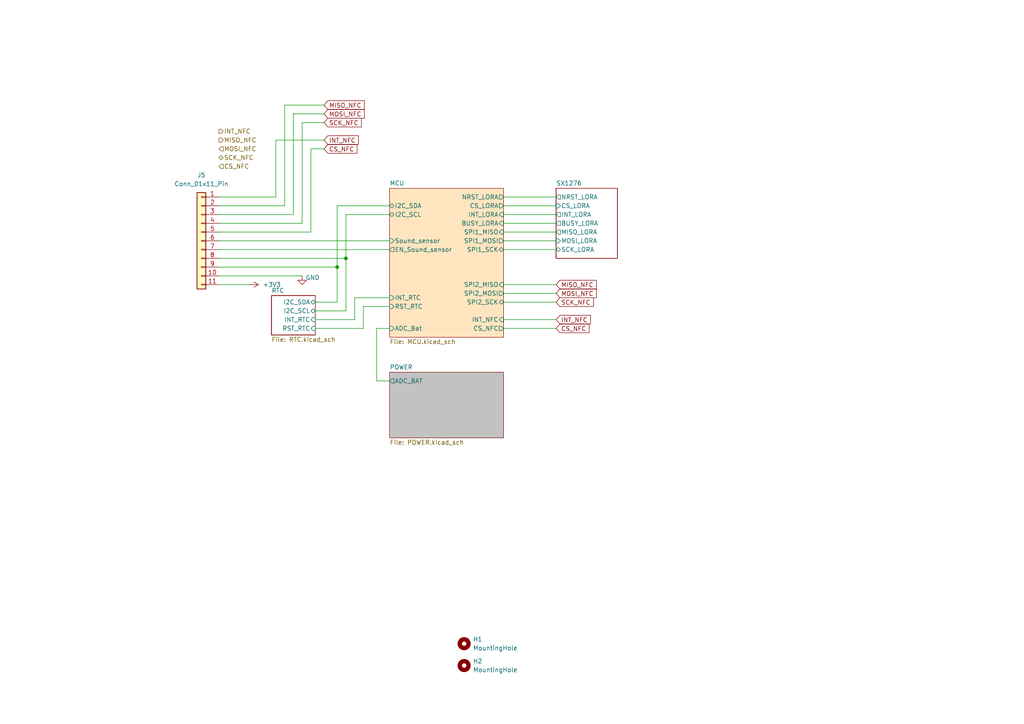
<source format=kicad_sch>
(kicad_sch
	(version 20231120)
	(generator "eeschema")
	(generator_version "8.0")
	(uuid "c4fae0b4-107a-4e14-bdc8-24cbf64cf056")
	(paper "A4")
	(lib_symbols
		(symbol "IVS_SYMBOLS:MountingHole"
			(pin_names
				(offset 1.016)
			)
			(exclude_from_sim no)
			(in_bom yes)
			(on_board yes)
			(property "Reference" "H"
				(at 0 5.08 0)
				(effects
					(font
						(size 1.27 1.27)
					)
				)
			)
			(property "Value" "MountingHole"
				(at 0 3.175 0)
				(effects
					(font
						(size 1.27 1.27)
					)
				)
			)
			(property "Footprint" ""
				(at 0 0 0)
				(effects
					(font
						(size 1.27 1.27)
					)
					(hide yes)
				)
			)
			(property "Datasheet" "~"
				(at 0 0 0)
				(effects
					(font
						(size 1.27 1.27)
					)
					(hide yes)
				)
			)
			(property "Description" "Mounting Hole without connection"
				(at 0 0 0)
				(effects
					(font
						(size 1.27 1.27)
					)
					(hide yes)
				)
			)
			(property "ki_keywords" "mounting hole"
				(at 0 0 0)
				(effects
					(font
						(size 1.27 1.27)
					)
					(hide yes)
				)
			)
			(property "ki_fp_filters" "MountingHole*"
				(at 0 0 0)
				(effects
					(font
						(size 1.27 1.27)
					)
					(hide yes)
				)
			)
			(symbol "MountingHole_0_1"
				(circle
					(center 0 0)
					(radius 1.27)
					(stroke
						(width 1.27)
						(type default)
					)
					(fill
						(type none)
					)
				)
			)
		)
		(symbol "Sang_GLOBAL:Conn_01x11_Pin"
			(pin_names
				(offset 1.016) hide)
			(exclude_from_sim no)
			(in_bom yes)
			(on_board yes)
			(property "Reference" "J"
				(at 0 15.24 0)
				(effects
					(font
						(size 1.27 1.27)
					)
				)
			)
			(property "Value" "Conn_01x11_Pin"
				(at 0 -15.24 0)
				(effects
					(font
						(size 1.27 1.27)
					)
				)
			)
			(property "Footprint" ""
				(at 0 0 0)
				(effects
					(font
						(size 1.27 1.27)
					)
					(hide yes)
				)
			)
			(property "Datasheet" "~"
				(at 0 0 0)
				(effects
					(font
						(size 1.27 1.27)
					)
					(hide yes)
				)
			)
			(property "Description" "Generic connector, single row, 01x11, script generated"
				(at 19.05 0 0)
				(effects
					(font
						(size 1.27 1.27)
					)
					(hide yes)
				)
			)
			(property "ki_locked" ""
				(at 0 0 0)
				(effects
					(font
						(size 1.27 1.27)
					)
				)
			)
			(property "ki_keywords" "connector"
				(at 0 0 0)
				(effects
					(font
						(size 1.27 1.27)
					)
					(hide yes)
				)
			)
			(property "ki_fp_filters" "Connector*:*_1x??_*"
				(at 0 0 0)
				(effects
					(font
						(size 1.27 1.27)
					)
					(hide yes)
				)
			)
			(symbol "Conn_01x11_Pin_1_1"
				(rectangle
					(start 3.81 -12.573)
					(end 5.08 -12.827)
					(stroke
						(width 0.1524)
						(type default)
					)
					(fill
						(type none)
					)
				)
				(rectangle
					(start 3.81 -10.033)
					(end 5.08 -10.287)
					(stroke
						(width 0.1524)
						(type default)
					)
					(fill
						(type none)
					)
				)
				(rectangle
					(start 3.81 -7.493)
					(end 5.08 -7.747)
					(stroke
						(width 0.1524)
						(type default)
					)
					(fill
						(type none)
					)
				)
				(rectangle
					(start 3.81 -4.953)
					(end 5.08 -5.207)
					(stroke
						(width 0.1524)
						(type default)
					)
					(fill
						(type none)
					)
				)
				(rectangle
					(start 3.81 -2.413)
					(end 5.08 -2.667)
					(stroke
						(width 0.1524)
						(type default)
					)
					(fill
						(type none)
					)
				)
				(rectangle
					(start 3.81 0.127)
					(end 5.08 -0.127)
					(stroke
						(width 0.1524)
						(type default)
					)
					(fill
						(type none)
					)
				)
				(rectangle
					(start 3.81 2.667)
					(end 5.08 2.413)
					(stroke
						(width 0.1524)
						(type default)
					)
					(fill
						(type none)
					)
				)
				(rectangle
					(start 3.81 5.207)
					(end 5.08 4.953)
					(stroke
						(width 0.1524)
						(type default)
					)
					(fill
						(type none)
					)
				)
				(rectangle
					(start 3.81 7.747)
					(end 5.08 7.493)
					(stroke
						(width 0.1524)
						(type default)
					)
					(fill
						(type none)
					)
				)
				(rectangle
					(start 3.81 10.287)
					(end 5.08 10.033)
					(stroke
						(width 0.1524)
						(type default)
					)
					(fill
						(type none)
					)
				)
				(rectangle
					(start 3.81 12.827)
					(end 5.08 12.573)
					(stroke
						(width 0.1524)
						(type default)
					)
					(fill
						(type none)
					)
				)
				(rectangle
					(start 3.81 13.97)
					(end 6.35 -13.97)
					(stroke
						(width 0.254)
						(type default)
					)
					(fill
						(type background)
					)
				)
				(pin passive line
					(at 0 12.7 0)
					(length 3.81)
					(name "Pin_1"
						(effects
							(font
								(size 1.27 1.27)
							)
						)
					)
					(number "1"
						(effects
							(font
								(size 1.27 1.27)
							)
						)
					)
				)
				(pin passive line
					(at 0 -10.16 0)
					(length 3.81)
					(name "Pin_10"
						(effects
							(font
								(size 1.27 1.27)
							)
						)
					)
					(number "10"
						(effects
							(font
								(size 1.27 1.27)
							)
						)
					)
				)
				(pin passive line
					(at 0 -12.7 0)
					(length 3.81)
					(name "Pin_11"
						(effects
							(font
								(size 1.27 1.27)
							)
						)
					)
					(number "11"
						(effects
							(font
								(size 1.27 1.27)
							)
						)
					)
				)
				(pin passive line
					(at 0 10.16 0)
					(length 3.81)
					(name "Pin_2"
						(effects
							(font
								(size 1.27 1.27)
							)
						)
					)
					(number "2"
						(effects
							(font
								(size 1.27 1.27)
							)
						)
					)
				)
				(pin passive line
					(at 0 7.62 0)
					(length 3.81)
					(name "Pin_3"
						(effects
							(font
								(size 1.27 1.27)
							)
						)
					)
					(number "3"
						(effects
							(font
								(size 1.27 1.27)
							)
						)
					)
				)
				(pin passive line
					(at 0 5.08 0)
					(length 3.81)
					(name "Pin_4"
						(effects
							(font
								(size 1.27 1.27)
							)
						)
					)
					(number "4"
						(effects
							(font
								(size 1.27 1.27)
							)
						)
					)
				)
				(pin passive line
					(at 0 2.54 0)
					(length 3.81)
					(name "Pin_5"
						(effects
							(font
								(size 1.27 1.27)
							)
						)
					)
					(number "5"
						(effects
							(font
								(size 1.27 1.27)
							)
						)
					)
				)
				(pin passive line
					(at 0 0 0)
					(length 3.81)
					(name "Pin_6"
						(effects
							(font
								(size 1.27 1.27)
							)
						)
					)
					(number "6"
						(effects
							(font
								(size 1.27 1.27)
							)
						)
					)
				)
				(pin passive line
					(at 0 -2.54 0)
					(length 3.81)
					(name "Pin_7"
						(effects
							(font
								(size 1.27 1.27)
							)
						)
					)
					(number "7"
						(effects
							(font
								(size 1.27 1.27)
							)
						)
					)
				)
				(pin passive line
					(at 0 -5.08 0)
					(length 3.81)
					(name "Pin_8"
						(effects
							(font
								(size 1.27 1.27)
							)
						)
					)
					(number "8"
						(effects
							(font
								(size 1.27 1.27)
							)
						)
					)
				)
				(pin passive line
					(at 0 -7.62 0)
					(length 3.81)
					(name "Pin_9"
						(effects
							(font
								(size 1.27 1.27)
							)
						)
					)
					(number "9"
						(effects
							(font
								(size 1.27 1.27)
							)
						)
					)
				)
			)
		)
		(symbol "power:+3V3"
			(power)
			(pin_names
				(offset 0)
			)
			(exclude_from_sim no)
			(in_bom yes)
			(on_board yes)
			(property "Reference" "#PWR"
				(at 0 -3.81 0)
				(effects
					(font
						(size 1.27 1.27)
					)
					(hide yes)
				)
			)
			(property "Value" "+3V3"
				(at 0 3.556 0)
				(effects
					(font
						(size 1.27 1.27)
					)
				)
			)
			(property "Footprint" ""
				(at 0 0 0)
				(effects
					(font
						(size 1.27 1.27)
					)
					(hide yes)
				)
			)
			(property "Datasheet" ""
				(at 0 0 0)
				(effects
					(font
						(size 1.27 1.27)
					)
					(hide yes)
				)
			)
			(property "Description" "Power symbol creates a global label with name \"+3V3\""
				(at 0 0 0)
				(effects
					(font
						(size 1.27 1.27)
					)
					(hide yes)
				)
			)
			(property "ki_keywords" "global power"
				(at 0 0 0)
				(effects
					(font
						(size 1.27 1.27)
					)
					(hide yes)
				)
			)
			(symbol "+3V3_0_1"
				(polyline
					(pts
						(xy -0.762 1.27) (xy 0 2.54)
					)
					(stroke
						(width 0)
						(type default)
					)
					(fill
						(type none)
					)
				)
				(polyline
					(pts
						(xy 0 0) (xy 0 2.54)
					)
					(stroke
						(width 0)
						(type default)
					)
					(fill
						(type none)
					)
				)
				(polyline
					(pts
						(xy 0 2.54) (xy 0.762 1.27)
					)
					(stroke
						(width 0)
						(type default)
					)
					(fill
						(type none)
					)
				)
			)
			(symbol "+3V3_1_1"
				(pin power_in line
					(at 0 0 90)
					(length 0) hide
					(name "+3V3"
						(effects
							(font
								(size 1.27 1.27)
							)
						)
					)
					(number "1"
						(effects
							(font
								(size 1.27 1.27)
							)
						)
					)
				)
			)
		)
		(symbol "power:GND"
			(power)
			(pin_names
				(offset 0)
			)
			(exclude_from_sim no)
			(in_bom yes)
			(on_board yes)
			(property "Reference" "#PWR"
				(at 0 -6.35 0)
				(effects
					(font
						(size 1.27 1.27)
					)
					(hide yes)
				)
			)
			(property "Value" "GND"
				(at 0 -3.81 0)
				(effects
					(font
						(size 1.27 1.27)
					)
				)
			)
			(property "Footprint" ""
				(at 0 0 0)
				(effects
					(font
						(size 1.27 1.27)
					)
					(hide yes)
				)
			)
			(property "Datasheet" ""
				(at 0 0 0)
				(effects
					(font
						(size 1.27 1.27)
					)
					(hide yes)
				)
			)
			(property "Description" "Power symbol creates a global label with name \"GND\" , ground"
				(at 0 0 0)
				(effects
					(font
						(size 1.27 1.27)
					)
					(hide yes)
				)
			)
			(property "ki_keywords" "global power"
				(at 0 0 0)
				(effects
					(font
						(size 1.27 1.27)
					)
					(hide yes)
				)
			)
			(symbol "GND_0_1"
				(polyline
					(pts
						(xy 0 0) (xy 0 -1.27) (xy 1.27 -1.27) (xy 0 -2.54) (xy -1.27 -1.27) (xy 0 -1.27)
					)
					(stroke
						(width 0)
						(type default)
					)
					(fill
						(type none)
					)
				)
			)
			(symbol "GND_1_1"
				(pin power_in line
					(at 0 0 270)
					(length 0) hide
					(name "GND"
						(effects
							(font
								(size 1.27 1.27)
							)
						)
					)
					(number "1"
						(effects
							(font
								(size 1.27 1.27)
							)
						)
					)
				)
			)
		)
	)
	(junction
		(at 97.79 77.47)
		(diameter 0)
		(color 0 0 0 0)
		(uuid "5a80f5c1-eac2-44e6-a405-457433a2e6bc")
	)
	(junction
		(at 100.33 74.93)
		(diameter 0)
		(color 0 0 0 0)
		(uuid "62b2e687-9000-4471-bf5a-b351150832a3")
	)
	(wire
		(pts
			(xy 146.05 95.25) (xy 161.29 95.25)
		)
		(stroke
			(width 0)
			(type default)
		)
		(uuid "037a3f18-0d3a-4a47-b066-59d856ec01d8")
	)
	(wire
		(pts
			(xy 102.87 92.71) (xy 102.87 86.36)
		)
		(stroke
			(width 0)
			(type default)
		)
		(uuid "0506fbde-9974-4601-bd01-20ecd95804bc")
	)
	(wire
		(pts
			(xy 146.05 72.39) (xy 161.29 72.39)
		)
		(stroke
			(width 0)
			(type default)
		)
		(uuid "1471dff3-8cb2-4988-9b52-6c94ee69a20f")
	)
	(wire
		(pts
			(xy 63.5 80.01) (xy 87.63 80.01)
		)
		(stroke
			(width 0)
			(type default)
		)
		(uuid "191de86b-07f2-4876-b337-71109260aabb")
	)
	(wire
		(pts
			(xy 109.22 110.49) (xy 113.03 110.49)
		)
		(stroke
			(width 0)
			(type default)
		)
		(uuid "23912d36-2838-4c08-91d3-1561c5d552aa")
	)
	(wire
		(pts
			(xy 85.09 33.02) (xy 85.09 62.23)
		)
		(stroke
			(width 0)
			(type default)
		)
		(uuid "274ed69c-ee2e-474c-bd31-ea3f3baba0c7")
	)
	(wire
		(pts
			(xy 63.5 57.15) (xy 80.01 57.15)
		)
		(stroke
			(width 0)
			(type default)
		)
		(uuid "29bd9934-ac0e-4c85-a55f-e92ba838822a")
	)
	(wire
		(pts
			(xy 100.33 74.93) (xy 100.33 90.17)
		)
		(stroke
			(width 0)
			(type default)
		)
		(uuid "2b22d35a-1451-4c8d-84d1-ff0a71ceffd5")
	)
	(wire
		(pts
			(xy 146.05 57.15) (xy 161.29 57.15)
		)
		(stroke
			(width 0)
			(type default)
		)
		(uuid "3e2bb51a-f266-42c3-bd09-920d6f359303")
	)
	(wire
		(pts
			(xy 93.98 33.02) (xy 85.09 33.02)
		)
		(stroke
			(width 0)
			(type default)
		)
		(uuid "3e7e041d-1463-44dc-9455-8a592e7f9906")
	)
	(wire
		(pts
			(xy 93.98 40.64) (xy 80.01 40.64)
		)
		(stroke
			(width 0)
			(type default)
		)
		(uuid "407baace-6193-452f-9b95-5556dd8cf149")
	)
	(wire
		(pts
			(xy 146.05 69.85) (xy 161.29 69.85)
		)
		(stroke
			(width 0)
			(type default)
		)
		(uuid "46015c94-44e1-4974-ba17-fb1257c2bee7")
	)
	(wire
		(pts
			(xy 109.22 95.25) (xy 109.22 110.49)
		)
		(stroke
			(width 0)
			(type default)
		)
		(uuid "4c659648-f162-4f3f-9ff2-be249734c7ac")
	)
	(wire
		(pts
			(xy 90.17 43.18) (xy 90.17 67.31)
		)
		(stroke
			(width 0)
			(type default)
		)
		(uuid "52ca7113-0fdd-491c-9f96-367fc4d14016")
	)
	(wire
		(pts
			(xy 146.05 87.63) (xy 161.29 87.63)
		)
		(stroke
			(width 0)
			(type default)
		)
		(uuid "567f4d4c-1b87-4ff9-bf37-4afba88bb96d")
	)
	(wire
		(pts
			(xy 91.44 90.17) (xy 100.33 90.17)
		)
		(stroke
			(width 0)
			(type default)
		)
		(uuid "597f89ea-4e91-4b76-96ff-8287f182d805")
	)
	(wire
		(pts
			(xy 63.5 59.69) (xy 82.55 59.69)
		)
		(stroke
			(width 0)
			(type default)
		)
		(uuid "5ad08044-5080-4343-9a68-ee2126b37fae")
	)
	(wire
		(pts
			(xy 63.5 62.23) (xy 85.09 62.23)
		)
		(stroke
			(width 0)
			(type default)
		)
		(uuid "681ec127-7cd8-4e91-928a-ea00d5785002")
	)
	(wire
		(pts
			(xy 100.33 62.23) (xy 113.03 62.23)
		)
		(stroke
			(width 0)
			(type default)
		)
		(uuid "6f068e66-0681-4603-bbeb-4c675e352116")
	)
	(wire
		(pts
			(xy 146.05 85.09) (xy 161.29 85.09)
		)
		(stroke
			(width 0)
			(type default)
		)
		(uuid "6f8036d2-ca2b-417b-8ece-2c1fd751ee30")
	)
	(wire
		(pts
			(xy 87.63 35.56) (xy 93.98 35.56)
		)
		(stroke
			(width 0)
			(type default)
		)
		(uuid "7fb1cc74-675c-46c0-a745-ffc65f2193c0")
	)
	(wire
		(pts
			(xy 63.5 69.85) (xy 113.03 69.85)
		)
		(stroke
			(width 0)
			(type default)
		)
		(uuid "86a86078-903e-4ce1-9b87-0db2fa694b01")
	)
	(wire
		(pts
			(xy 63.5 72.39) (xy 113.03 72.39)
		)
		(stroke
			(width 0)
			(type default)
		)
		(uuid "87029d5a-1f31-46c9-9982-a31f651a7f10")
	)
	(wire
		(pts
			(xy 63.5 82.55) (xy 72.39 82.55)
		)
		(stroke
			(width 0)
			(type default)
		)
		(uuid "8adf2d94-a469-4128-9464-7fd152143db9")
	)
	(wire
		(pts
			(xy 97.79 59.69) (xy 97.79 77.47)
		)
		(stroke
			(width 0)
			(type default)
		)
		(uuid "8f5ca976-60dd-48fb-8aac-8fc47b8c88c4")
	)
	(wire
		(pts
			(xy 63.5 74.93) (xy 100.33 74.93)
		)
		(stroke
			(width 0)
			(type default)
		)
		(uuid "92fc7caa-b63f-4fa5-9059-28599db9bb9e")
	)
	(wire
		(pts
			(xy 146.05 92.71) (xy 161.29 92.71)
		)
		(stroke
			(width 0)
			(type default)
		)
		(uuid "9536a486-111f-45f9-ad5b-e36ecea3e53a")
	)
	(wire
		(pts
			(xy 146.05 62.23) (xy 161.29 62.23)
		)
		(stroke
			(width 0)
			(type default)
		)
		(uuid "9be42b3e-c638-4cc5-8ab9-d2b6e04c16c7")
	)
	(wire
		(pts
			(xy 63.5 67.31) (xy 90.17 67.31)
		)
		(stroke
			(width 0)
			(type default)
		)
		(uuid "9d534007-f39d-431f-930a-655df5c917e6")
	)
	(wire
		(pts
			(xy 82.55 59.69) (xy 82.55 30.48)
		)
		(stroke
			(width 0)
			(type default)
		)
		(uuid "9eaf95a4-cf71-4a0a-ad15-ecdfeae13007")
	)
	(wire
		(pts
			(xy 97.79 59.69) (xy 113.03 59.69)
		)
		(stroke
			(width 0)
			(type default)
		)
		(uuid "a9797896-5cd4-4c3b-b588-2b02fb891195")
	)
	(wire
		(pts
			(xy 102.87 86.36) (xy 113.03 86.36)
		)
		(stroke
			(width 0)
			(type default)
		)
		(uuid "afbef866-c7e3-4b9c-a543-e075d0602814")
	)
	(wire
		(pts
			(xy 100.33 62.23) (xy 100.33 74.93)
		)
		(stroke
			(width 0)
			(type default)
		)
		(uuid "b0b85a79-9525-4b22-9ca1-f6c3da16401c")
	)
	(wire
		(pts
			(xy 146.05 64.77) (xy 161.29 64.77)
		)
		(stroke
			(width 0)
			(type default)
		)
		(uuid "c43f9a0f-e3c7-4534-8ce9-5e70dec0e8fe")
	)
	(wire
		(pts
			(xy 97.79 77.47) (xy 97.79 87.63)
		)
		(stroke
			(width 0)
			(type default)
		)
		(uuid "c460d5a4-2209-4767-8fd2-2f3d9de2f2b7")
	)
	(wire
		(pts
			(xy 63.5 64.77) (xy 87.63 64.77)
		)
		(stroke
			(width 0)
			(type default)
		)
		(uuid "ca3684cf-2118-49f9-bc96-83ad7d0f8d62")
	)
	(wire
		(pts
			(xy 146.05 67.31) (xy 161.29 67.31)
		)
		(stroke
			(width 0)
			(type default)
		)
		(uuid "cc6fc1d7-1118-4afd-bc56-49b7645b82c9")
	)
	(wire
		(pts
			(xy 87.63 64.77) (xy 87.63 35.56)
		)
		(stroke
			(width 0)
			(type default)
		)
		(uuid "d066cc6b-b54a-48c3-935d-9f97fcbf95e6")
	)
	(wire
		(pts
			(xy 93.98 43.18) (xy 90.17 43.18)
		)
		(stroke
			(width 0)
			(type default)
		)
		(uuid "d0a95890-f64f-44e2-ba60-cc3a78d4bf36")
	)
	(wire
		(pts
			(xy 146.05 82.55) (xy 161.29 82.55)
		)
		(stroke
			(width 0)
			(type default)
		)
		(uuid "d2dcb2b4-31e7-4ee9-a1a4-e326a965a06c")
	)
	(wire
		(pts
			(xy 146.05 59.69) (xy 161.29 59.69)
		)
		(stroke
			(width 0)
			(type default)
		)
		(uuid "db6da499-32ff-45df-b07d-31e1434f8732")
	)
	(wire
		(pts
			(xy 105.41 88.9) (xy 105.41 95.25)
		)
		(stroke
			(width 0)
			(type default)
		)
		(uuid "dc676c36-71d1-4758-951f-cd0b348a176c")
	)
	(wire
		(pts
			(xy 91.44 92.71) (xy 102.87 92.71)
		)
		(stroke
			(width 0)
			(type default)
		)
		(uuid "de9c7f02-7497-4ffe-ac67-1110f4302d27")
	)
	(wire
		(pts
			(xy 113.03 88.9) (xy 105.41 88.9)
		)
		(stroke
			(width 0)
			(type default)
		)
		(uuid "e730be0f-6789-4367-a325-11b548cf2b48")
	)
	(wire
		(pts
			(xy 63.5 77.47) (xy 97.79 77.47)
		)
		(stroke
			(width 0)
			(type default)
		)
		(uuid "e9300920-b33e-43db-a06d-198f17e3c097")
	)
	(wire
		(pts
			(xy 105.41 95.25) (xy 91.44 95.25)
		)
		(stroke
			(width 0)
			(type default)
		)
		(uuid "eb3ef46d-b0db-41ce-9e79-8435614b21c2")
	)
	(wire
		(pts
			(xy 80.01 40.64) (xy 80.01 57.15)
		)
		(stroke
			(width 0)
			(type default)
		)
		(uuid "ebd1c75c-4fd3-40d7-911b-f13e858972a6")
	)
	(wire
		(pts
			(xy 82.55 30.48) (xy 93.98 30.48)
		)
		(stroke
			(width 0)
			(type default)
		)
		(uuid "f2363243-64b3-4411-9c98-546ce5e61545")
	)
	(wire
		(pts
			(xy 91.44 87.63) (xy 97.79 87.63)
		)
		(stroke
			(width 0)
			(type default)
		)
		(uuid "f924280a-f0c8-4113-8e3c-62982a6d555f")
	)
	(wire
		(pts
			(xy 113.03 95.25) (xy 109.22 95.25)
		)
		(stroke
			(width 0)
			(type default)
		)
		(uuid "fc2314b0-2806-4322-83c0-268dd97451d9")
	)
	(global_label "SCK_NFC"
		(shape input)
		(at 93.98 35.56 0)
		(fields_autoplaced yes)
		(effects
			(font
				(size 1.27 1.27)
			)
			(justify left)
		)
		(uuid "04ede2eb-492c-4f96-beed-c428fcd0cca0")
		(property "Intersheetrefs" "${INTERSHEET_REFS}"
			(at 105.3714 35.56 0)
			(effects
				(font
					(size 1.27 1.27)
				)
				(justify left)
				(hide yes)
			)
		)
	)
	(global_label "CS_NFC"
		(shape input)
		(at 93.98 43.18 0)
		(fields_autoplaced yes)
		(effects
			(font
				(size 1.27 1.27)
			)
			(justify left)
		)
		(uuid "0ad599e1-9680-484a-ae3f-5a641353e731")
		(property "Intersheetrefs" "${INTERSHEET_REFS}"
			(at 104.1014 43.18 0)
			(effects
				(font
					(size 1.27 1.27)
				)
				(justify left)
				(hide yes)
			)
		)
	)
	(global_label "MOSI_NFC"
		(shape input)
		(at 161.29 85.09 0)
		(fields_autoplaced yes)
		(effects
			(font
				(size 1.27 1.27)
			)
			(justify left)
		)
		(uuid "2f942c76-93b7-4db0-85b4-12a90709dfe6")
		(property "Intersheetrefs" "${INTERSHEET_REFS}"
			(at 173.5281 85.09 0)
			(effects
				(font
					(size 1.27 1.27)
				)
				(justify left)
				(hide yes)
			)
		)
	)
	(global_label "MOSI_NFC"
		(shape input)
		(at 93.98 33.02 0)
		(fields_autoplaced yes)
		(effects
			(font
				(size 1.27 1.27)
			)
			(justify left)
		)
		(uuid "33969db4-f326-4a59-848e-bb10cfd0bcfa")
		(property "Intersheetrefs" "${INTERSHEET_REFS}"
			(at 106.2181 33.02 0)
			(effects
				(font
					(size 1.27 1.27)
				)
				(justify left)
				(hide yes)
			)
		)
	)
	(global_label "MISO_NFC"
		(shape input)
		(at 93.98 30.48 0)
		(fields_autoplaced yes)
		(effects
			(font
				(size 1.27 1.27)
			)
			(justify left)
		)
		(uuid "4c16b94c-fc79-4101-91a4-b4f28d5a16e0")
		(property "Intersheetrefs" "${INTERSHEET_REFS}"
			(at 106.2181 30.48 0)
			(effects
				(font
					(size 1.27 1.27)
				)
				(justify left)
				(hide yes)
			)
		)
	)
	(global_label "MISO_NFC"
		(shape input)
		(at 161.29 82.55 0)
		(fields_autoplaced yes)
		(effects
			(font
				(size 1.27 1.27)
			)
			(justify left)
		)
		(uuid "c5795bc1-4e18-4199-a2c6-c429f44b7208")
		(property "Intersheetrefs" "${INTERSHEET_REFS}"
			(at 173.5281 82.55 0)
			(effects
				(font
					(size 1.27 1.27)
				)
				(justify left)
				(hide yes)
			)
		)
	)
	(global_label "CS_NFC"
		(shape input)
		(at 161.29 95.25 0)
		(fields_autoplaced yes)
		(effects
			(font
				(size 1.27 1.27)
			)
			(justify left)
		)
		(uuid "d999c48e-7a38-4155-aa40-cd92d05e8253")
		(property "Intersheetrefs" "${INTERSHEET_REFS}"
			(at 171.4114 95.25 0)
			(effects
				(font
					(size 1.27 1.27)
				)
				(justify left)
				(hide yes)
			)
		)
	)
	(global_label "SCK_NFC"
		(shape input)
		(at 161.29 87.63 0)
		(fields_autoplaced yes)
		(effects
			(font
				(size 1.27 1.27)
			)
			(justify left)
		)
		(uuid "da376a30-6d51-4cf8-9fc1-1d6bb87b41e2")
		(property "Intersheetrefs" "${INTERSHEET_REFS}"
			(at 172.6814 87.63 0)
			(effects
				(font
					(size 1.27 1.27)
				)
				(justify left)
				(hide yes)
			)
		)
	)
	(global_label "INT_NFC"
		(shape input)
		(at 161.29 92.71 0)
		(fields_autoplaced yes)
		(effects
			(font
				(size 1.27 1.27)
			)
			(justify left)
		)
		(uuid "e49b75aa-a79e-44ac-ac88-6583d999c6a0")
		(property "Intersheetrefs" "${INTERSHEET_REFS}"
			(at 171.8348 92.71 0)
			(effects
				(font
					(size 1.27 1.27)
				)
				(justify left)
				(hide yes)
			)
		)
	)
	(global_label "INT_NFC"
		(shape input)
		(at 93.98 40.64 0)
		(fields_autoplaced yes)
		(effects
			(font
				(size 1.27 1.27)
			)
			(justify left)
		)
		(uuid "e4c0ab4f-765a-4993-b113-ada46965eddd")
		(property "Intersheetrefs" "${INTERSHEET_REFS}"
			(at 104.5248 40.64 0)
			(effects
				(font
					(size 1.27 1.27)
				)
				(justify left)
				(hide yes)
			)
		)
	)
	(hierarchical_label "CS_NFC"
		(shape input)
		(at 63.5 48.26 0)
		(fields_autoplaced yes)
		(effects
			(font
				(size 1.27 1.27)
			)
			(justify left)
		)
		(uuid "82bba6c5-fe3a-4f8a-aff0-a277daa97529")
	)
	(hierarchical_label "INT_NFC"
		(shape output)
		(at 63.5 38.1 0)
		(fields_autoplaced yes)
		(effects
			(font
				(size 1.27 1.27)
			)
			(justify left)
		)
		(uuid "9ad51868-d386-450e-869d-27415bf4dbc2")
	)
	(hierarchical_label "MOSI_NFC"
		(shape input)
		(at 63.5 43.18 0)
		(fields_autoplaced yes)
		(effects
			(font
				(size 1.27 1.27)
			)
			(justify left)
		)
		(uuid "d1c7af58-f349-4aa2-8ace-83066dd1f4bb")
	)
	(hierarchical_label "SCK_NFC"
		(shape bidirectional)
		(at 63.5 45.72 0)
		(fields_autoplaced yes)
		(effects
			(font
				(size 1.27 1.27)
			)
			(justify left)
		)
		(uuid "d330c513-b3b8-485d-ab4b-252eca55145d")
	)
	(hierarchical_label "MISO_NFC"
		(shape output)
		(at 63.5 40.64 0)
		(fields_autoplaced yes)
		(effects
			(font
				(size 1.27 1.27)
			)
			(justify left)
		)
		(uuid "d53b32b1-c990-40ce-a90a-ab5f00f6f2a0")
	)
	(symbol
		(lib_id "Sang_GLOBAL:Conn_01x11_Pin")
		(at 63.5 69.85 0)
		(mirror y)
		(unit 1)
		(exclude_from_sim no)
		(in_bom yes)
		(on_board yes)
		(dnp no)
		(fields_autoplaced yes)
		(uuid "06f1808e-6c28-412b-ad77-71dff65017b3")
		(property "Reference" "J5"
			(at 58.42 50.8 0)
			(effects
				(font
					(size 1.27 1.27)
				)
			)
		)
		(property "Value" "Conn_01x11_Pin"
			(at 58.42 53.34 0)
			(effects
				(font
					(size 1.27 1.27)
				)
			)
		)
		(property "Footprint" "Connector_PinHeader_2.54mm:PinHeader_1x11_P2.54mm_Vertical"
			(at 63.5 69.85 0)
			(effects
				(font
					(size 1.27 1.27)
				)
				(hide yes)
			)
		)
		(property "Datasheet" "~"
			(at 63.5 69.85 0)
			(effects
				(font
					(size 1.27 1.27)
				)
				(hide yes)
			)
		)
		(property "Description" "Generic connector, single row, 01x11, script generated"
			(at 44.45 69.85 0)
			(effects
				(font
					(size 1.27 1.27)
				)
				(hide yes)
			)
		)
		(property "JLC" "C5116357"
			(at 63.5 69.85 0)
			(effects
				(font
					(size 1.27 1.27)
				)
				(hide yes)
			)
		)
		(pin "10"
			(uuid "1a7d6106-75b5-4640-afa1-80ac9357eb64")
		)
		(pin "3"
			(uuid "ba4770a2-6704-4906-9888-563f9a4ecf9e")
		)
		(pin "9"
			(uuid "2cd315e3-03f6-4f6e-8e00-add6f302b247")
		)
		(pin "8"
			(uuid "22ba3925-d9ad-4f23-a5f9-e4426040b7ec")
		)
		(pin "5"
			(uuid "6906adcb-19ed-4fce-a389-626ec0cba426")
		)
		(pin "4"
			(uuid "f67dfe17-5828-443d-9997-8dddf4912e5e")
		)
		(pin "1"
			(uuid "e1a79352-3475-40a4-b421-4551b9a90298")
		)
		(pin "11"
			(uuid "644376ef-70b4-4634-89e9-e9f35195d94b")
		)
		(pin "2"
			(uuid "9b6e5839-9ecb-428e-83c0-0219d4bfe113")
		)
		(pin "6"
			(uuid "d5852325-9589-49b2-831f-f62a8d8951e7")
		)
		(pin "7"
			(uuid "6db02841-6143-4624-bae0-38c2fd85b98e")
		)
		(instances
			(project "Light-Sound-Sensor"
				(path "/c4fae0b4-107a-4e14-bdc8-24cbf64cf056"
					(reference "J5")
					(unit 1)
				)
			)
		)
	)
	(symbol
		(lib_id "IVS_SYMBOLS:MountingHole")
		(at 134.62 186.69 0)
		(unit 1)
		(exclude_from_sim no)
		(in_bom yes)
		(on_board yes)
		(dnp no)
		(fields_autoplaced yes)
		(uuid "42d4ed5c-a4ed-4580-9192-1dc2dafce364")
		(property "Reference" "H1"
			(at 137.16 185.42 0)
			(effects
				(font
					(size 1.27 1.27)
				)
				(justify left)
			)
		)
		(property "Value" "MountingHole"
			(at 137.16 187.96 0)
			(effects
				(font
					(size 1.27 1.27)
				)
				(justify left)
			)
		)
		(property "Footprint" "MountingHole:MountingHole_3.2mm_M3_DIN965_Pad"
			(at 134.62 186.69 0)
			(effects
				(font
					(size 1.27 1.27)
				)
				(hide yes)
			)
		)
		(property "Datasheet" "~"
			(at 134.62 186.69 0)
			(effects
				(font
					(size 1.27 1.27)
				)
				(hide yes)
			)
		)
		(property "Description" ""
			(at 134.62 186.69 0)
			(effects
				(font
					(size 1.27 1.27)
				)
				(hide yes)
			)
		)
		(property "JLC" ""
			(at 134.62 186.69 0)
			(effects
				(font
					(size 1.27 1.27)
				)
				(hide yes)
			)
		)
		(instances
			(project "Light-Sound-Sensor"
				(path "/c4fae0b4-107a-4e14-bdc8-24cbf64cf056"
					(reference "H1")
					(unit 1)
				)
			)
		)
	)
	(symbol
		(lib_id "IVS_SYMBOLS:MountingHole")
		(at 134.62 193.04 0)
		(unit 1)
		(exclude_from_sim no)
		(in_bom yes)
		(on_board yes)
		(dnp no)
		(fields_autoplaced yes)
		(uuid "9c296794-9557-40c9-8d84-5b53bfee81de")
		(property "Reference" "H2"
			(at 137.16 191.77 0)
			(effects
				(font
					(size 1.27 1.27)
				)
				(justify left)
			)
		)
		(property "Value" "MountingHole"
			(at 137.16 194.31 0)
			(effects
				(font
					(size 1.27 1.27)
				)
				(justify left)
			)
		)
		(property "Footprint" "MountingHole:MountingHole_3.2mm_M3_DIN965_Pad"
			(at 134.62 193.04 0)
			(effects
				(font
					(size 1.27 1.27)
				)
				(hide yes)
			)
		)
		(property "Datasheet" "~"
			(at 134.62 193.04 0)
			(effects
				(font
					(size 1.27 1.27)
				)
				(hide yes)
			)
		)
		(property "Description" ""
			(at 134.62 193.04 0)
			(effects
				(font
					(size 1.27 1.27)
				)
				(hide yes)
			)
		)
		(property "JLC" ""
			(at 134.62 193.04 0)
			(effects
				(font
					(size 1.27 1.27)
				)
				(hide yes)
			)
		)
		(instances
			(project "Light-Sound-Sensor"
				(path "/c4fae0b4-107a-4e14-bdc8-24cbf64cf056"
					(reference "H2")
					(unit 1)
				)
			)
		)
	)
	(symbol
		(lib_id "power:+3V3")
		(at 72.39 82.55 270)
		(unit 1)
		(exclude_from_sim no)
		(in_bom yes)
		(on_board yes)
		(dnp no)
		(fields_autoplaced yes)
		(uuid "afce04ca-0fba-402f-94d1-245bde627808")
		(property "Reference" "#PWR045"
			(at 68.58 82.55 0)
			(effects
				(font
					(size 1.27 1.27)
				)
				(hide yes)
			)
		)
		(property "Value" "+3V3"
			(at 76.2 82.5499 90)
			(effects
				(font
					(size 1.27 1.27)
				)
				(justify left)
			)
		)
		(property "Footprint" ""
			(at 72.39 82.55 0)
			(effects
				(font
					(size 1.27 1.27)
				)
				(hide yes)
			)
		)
		(property "Datasheet" ""
			(at 72.39 82.55 0)
			(effects
				(font
					(size 1.27 1.27)
				)
				(hide yes)
			)
		)
		(property "Description" ""
			(at 72.39 82.55 0)
			(effects
				(font
					(size 1.27 1.27)
				)
				(hide yes)
			)
		)
		(pin "1"
			(uuid "23434208-fd40-4b85-994c-c9cf1dc79397")
		)
		(instances
			(project "Light-Sound-Sensor"
				(path "/c4fae0b4-107a-4e14-bdc8-24cbf64cf056"
					(reference "#PWR045")
					(unit 1)
				)
			)
		)
	)
	(symbol
		(lib_id "power:GND")
		(at 87.63 80.01 0)
		(unit 1)
		(exclude_from_sim no)
		(in_bom yes)
		(on_board yes)
		(dnp no)
		(uuid "e6774160-d602-4908-ac58-cdae0301aa2d")
		(property "Reference" "#PWR08"
			(at 87.63 86.36 0)
			(effects
				(font
					(size 1.27 1.27)
				)
				(hide yes)
			)
		)
		(property "Value" "GND"
			(at 90.678 80.518 0)
			(effects
				(font
					(size 1.27 1.27)
				)
			)
		)
		(property "Footprint" ""
			(at 87.63 80.01 0)
			(effects
				(font
					(size 1.27 1.27)
				)
				(hide yes)
			)
		)
		(property "Datasheet" ""
			(at 87.63 80.01 0)
			(effects
				(font
					(size 1.27 1.27)
				)
				(hide yes)
			)
		)
		(property "Description" ""
			(at 87.63 80.01 0)
			(effects
				(font
					(size 1.27 1.27)
				)
				(hide yes)
			)
		)
		(pin "1"
			(uuid "100b3b47-03b7-4964-aaba-6e14e954924e")
		)
		(instances
			(project "Light-Sound-Sensor"
				(path "/c4fae0b4-107a-4e14-bdc8-24cbf64cf056"
					(reference "#PWR08")
					(unit 1)
				)
			)
		)
	)
	(sheet
		(at 78.74 85.725)
		(size 12.7 11.43)
		(fields_autoplaced yes)
		(stroke
			(width 0.1524)
			(type solid)
		)
		(fill
			(color 0 0 0 0.0000)
		)
		(uuid "675955da-170a-46e1-99b2-db49e34c96aa")
		(property "Sheetname" "RTC"
			(at 78.74 85.0134 0)
			(effects
				(font
					(size 1.27 1.27)
				)
				(justify left bottom)
			)
		)
		(property "Sheetfile" "RTC.kicad_sch"
			(at 78.74 97.7396 0)
			(effects
				(font
					(size 1.27 1.27)
				)
				(justify left top)
			)
		)
		(pin "INT_RTC" input
			(at 91.44 92.71 0)
			(effects
				(font
					(size 1.27 1.27)
				)
				(justify right)
			)
			(uuid "97dcd2b8-4d86-44a4-b29f-4f26bed1e345")
		)
		(pin "I2C_SCL" bidirectional
			(at 91.44 90.17 0)
			(effects
				(font
					(size 1.27 1.27)
				)
				(justify right)
			)
			(uuid "bdbd8502-f4e2-43ec-819d-625768373104")
		)
		(pin "I2C_SDA" bidirectional
			(at 91.44 87.63 0)
			(effects
				(font
					(size 1.27 1.27)
				)
				(justify right)
			)
			(uuid "f62fe7b0-6520-4501-a905-bb473302fdb2")
		)
		(pin "RST_RTC" input
			(at 91.44 95.25 0)
			(effects
				(font
					(size 1.27 1.27)
				)
				(justify right)
			)
			(uuid "f4ecb08e-aa4c-46ea-9763-58c23498ccb7")
		)
		(instances
			(project "Light-Sound-Sensor"
				(path "/c4fae0b4-107a-4e14-bdc8-24cbf64cf056"
					(page "6")
				)
			)
		)
	)
	(sheet
		(at 113.03 54.61)
		(size 33.02 43.18)
		(fields_autoplaced yes)
		(stroke
			(width 0.1524)
			(type solid)
		)
		(fill
			(color 255 229 191 1.0000)
		)
		(uuid "b69d1a25-99ce-4419-b6b5-a1056bc1f48e")
		(property "Sheetname" "MCU"
			(at 113.03 53.8984 0)
			(effects
				(font
					(size 1.27 1.27)
				)
				(justify left bottom)
			)
		)
		(property "Sheetfile" "MCU.kicad_sch"
			(at 113.03 98.3746 0)
			(effects
				(font
					(size 1.27 1.27)
				)
				(justify left top)
			)
		)
		(pin "ADC_Bat" input
			(at 113.03 95.25 180)
			(effects
				(font
					(size 1.27 1.27)
				)
				(justify left)
			)
			(uuid "7eb7487f-7d06-4808-9a4c-ecdb32d722dd")
		)
		(pin "INT_NFC" input
			(at 146.05 92.71 0)
			(effects
				(font
					(size 1.27 1.27)
				)
				(justify right)
			)
			(uuid "ed9d381e-403a-4889-bf97-4b81f135dcf5")
		)
		(pin "CS_NFC" output
			(at 146.05 95.25 0)
			(effects
				(font
					(size 1.27 1.27)
				)
				(justify right)
			)
			(uuid "83b37718-9114-4798-9e0c-b12a47d9d23d")
		)
		(pin "SPI2_MOSI" output
			(at 146.05 85.09 0)
			(effects
				(font
					(size 1.27 1.27)
				)
				(justify right)
			)
			(uuid "201293b4-f80f-4b2c-839b-338ceea1644a")
		)
		(pin "SPI2_SCK" bidirectional
			(at 146.05 87.63 0)
			(effects
				(font
					(size 1.27 1.27)
				)
				(justify right)
			)
			(uuid "93403430-bd7f-4522-b800-d4d632bb1d4b")
		)
		(pin "SPI2_MISO" input
			(at 146.05 82.55 0)
			(effects
				(font
					(size 1.27 1.27)
				)
				(justify right)
			)
			(uuid "46469a7d-24a5-4fdf-ba02-52f1b64607ab")
		)
		(pin "Sound_sensor" input
			(at 113.03 69.85 180)
			(effects
				(font
					(size 1.27 1.27)
				)
				(justify left)
			)
			(uuid "60969b19-777a-4b38-be98-e61d01c8ff74")
		)
		(pin "EN_Sound_sensor" output
			(at 113.03 72.39 180)
			(effects
				(font
					(size 1.27 1.27)
				)
				(justify left)
			)
			(uuid "a2329309-c146-4f01-824d-76609107e795")
		)
		(pin "SPI1_MOSI" output
			(at 146.05 69.85 0)
			(effects
				(font
					(size 1.27 1.27)
				)
				(justify right)
			)
			(uuid "7c0addb7-fec7-471b-b168-38ac1647e73e")
		)
		(pin "SPI1_SCK" bidirectional
			(at 146.05 72.39 0)
			(effects
				(font
					(size 1.27 1.27)
				)
				(justify right)
			)
			(uuid "7834b695-8a03-4e98-9732-38df22d3880b")
		)
		(pin "SPI1_MISO" input
			(at 146.05 67.31 0)
			(effects
				(font
					(size 1.27 1.27)
				)
				(justify right)
			)
			(uuid "30eaea6d-d960-4836-8593-8a400d760306")
		)
		(pin "I2C_SCL" bidirectional
			(at 113.03 62.23 180)
			(effects
				(font
					(size 1.27 1.27)
				)
				(justify left)
			)
			(uuid "f98ef4b0-59ad-4a17-9a24-c8a4a9df4f6f")
		)
		(pin "I2C_SDA" bidirectional
			(at 113.03 59.69 180)
			(effects
				(font
					(size 1.27 1.27)
				)
				(justify left)
			)
			(uuid "7010b89c-cf29-4490-9c04-c6c53d58127c")
		)
		(pin "INT_LORA" input
			(at 146.05 62.23 0)
			(effects
				(font
					(size 1.27 1.27)
				)
				(justify right)
			)
			(uuid "2eaf09a1-60ae-425b-8d4e-284f583b777a")
		)
		(pin "CS_LORA" output
			(at 146.05 59.69 0)
			(effects
				(font
					(size 1.27 1.27)
				)
				(justify right)
			)
			(uuid "b2fc9831-6719-49f7-977d-68f4bee0f93c")
		)
		(pin "NRST_LORA" output
			(at 146.05 57.15 0)
			(effects
				(font
					(size 1.27 1.27)
				)
				(justify right)
			)
			(uuid "25d5cde8-2295-4eb4-ad37-db526324d78a")
		)
		(pin "INT_RTC" input
			(at 113.03 86.36 180)
			(effects
				(font
					(size 1.27 1.27)
				)
				(justify left)
			)
			(uuid "dd36bc7a-ed1e-4a3a-bc8c-7dede1086b72")
		)
		(pin "RST_RTC" input
			(at 113.03 88.9 180)
			(effects
				(font
					(size 1.27 1.27)
				)
				(justify left)
			)
			(uuid "93c7a554-9524-44c0-b42d-c3158d937c49")
		)
		(pin "BUSY_LORA" input
			(at 146.05 64.77 0)
			(effects
				(font
					(size 1.27 1.27)
				)
				(justify right)
			)
			(uuid "d7340c5e-d12c-4b59-80a4-7c6f63859882")
		)
		(instances
			(project "Light-Sound-Sensor"
				(path "/c4fae0b4-107a-4e14-bdc8-24cbf64cf056"
					(page "3")
				)
			)
		)
	)
	(sheet
		(at 113.03 107.95)
		(size 33.02 19.05)
		(fields_autoplaced yes)
		(stroke
			(width 0.1524)
			(type solid)
		)
		(fill
			(color 194 194 194 1.0000)
		)
		(uuid "c8f45edb-e061-40b4-ad50-843806aaa443")
		(property "Sheetname" "POWER"
			(at 113.03 107.2384 0)
			(effects
				(font
					(size 1.27 1.27)
				)
				(justify left bottom)
			)
		)
		(property "Sheetfile" "POWER.kicad_sch"
			(at 113.03 127.5846 0)
			(effects
				(font
					(size 1.27 1.27)
				)
				(justify left top)
			)
		)
		(pin "ADC_BAT" output
			(at 113.03 110.49 180)
			(effects
				(font
					(size 1.27 1.27)
				)
				(justify left)
			)
			(uuid "b2bc1701-d2fc-4e2c-bb24-11715e5def94")
		)
		(instances
			(project "Light-Sound-Sensor"
				(path "/c4fae0b4-107a-4e14-bdc8-24cbf64cf056"
					(page "2")
				)
			)
		)
	)
	(sheet
		(at 161.29 54.61)
		(size 17.78 20.32)
		(fields_autoplaced yes)
		(stroke
			(width 0.1524)
			(type solid)
		)
		(fill
			(color 0 0 0 0.0000)
		)
		(uuid "dbd6e753-ceaa-433f-a187-8eb24ba7533c")
		(property "Sheetname" "SX1276"
			(at 161.29 53.8984 0)
			(effects
				(font
					(size 1.27 1.27)
				)
				(justify left bottom)
			)
		)
		(property "Sheetfile" "LM110A_SigFox.kicad_sch"
			(at 161.29 75.5146 0)
			(effects
				(font
					(size 1.27 1.27)
				)
				(justify left top)
				(hide yes)
			)
		)
		(pin "NRST_LORA" output
			(at 161.29 57.15 180)
			(effects
				(font
					(size 1.27 1.27)
				)
				(justify left)
			)
			(uuid "442ae353-ab89-47f4-97f4-e77c803d439c")
		)
		(pin "CS_LORA" input
			(at 161.29 59.69 180)
			(effects
				(font
					(size 1.27 1.27)
				)
				(justify left)
			)
			(uuid "a41d60ad-69f4-4659-b6ed-157a4bdca717")
		)
		(pin "SCK_LORA" bidirectional
			(at 161.29 72.39 180)
			(effects
				(font
					(size 1.27 1.27)
				)
				(justify left)
			)
			(uuid "2efbc334-1c4a-4811-86ad-508ad347ba32")
		)
		(pin "MOSI_LORA" input
			(at 161.29 69.85 180)
			(effects
				(font
					(size 1.27 1.27)
				)
				(justify left)
			)
			(uuid "c4352837-c047-4b80-ac84-184b031de0fe")
		)
		(pin "MISO_LORA" output
			(at 161.29 67.31 180)
			(effects
				(font
					(size 1.27 1.27)
				)
				(justify left)
			)
			(uuid "f6f73861-f38f-43fd-88f7-a558c0673639")
		)
		(pin "INT_LORA" output
			(at 161.29 62.23 180)
			(effects
				(font
					(size 1.27 1.27)
				)
				(justify left)
			)
			(uuid "19596829-ba2f-4805-bd2a-ff7c96ed00b2")
		)
		(pin "BUSY_LORA" output
			(at 161.29 64.77 180)
			(effects
				(font
					(size 1.27 1.27)
				)
				(justify left)
			)
			(uuid "9769ac62-fc1e-4952-b4e6-eaf26bc07fb4")
		)
		(instances
			(project "Light-Sound-Sensor"
				(path "/c4fae0b4-107a-4e14-bdc8-24cbf64cf056"
					(page "4")
				)
			)
		)
	)
	(sheet_instances
		(path "/"
			(page "1")
		)
	)
)

</source>
